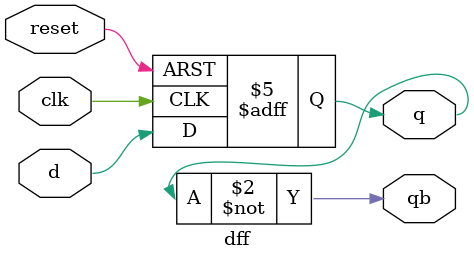
<source format=v>

`timescale 1 ns/10 ps
module dff_tb(); //testbench (only for simulation purposes)
    integer k; // for the loops
    parameter SIZE = 4; 
    reg [SIZE-1:0] din;
    reg clock=1'b1;
    reg rst_n=1'b1;     //initial deasserted.
    wire [SIZE-1:0] qout, qbout;
    defparam myDFF.SIZE = SIZE;
    dff myDFF (.clk (clock), .reset (rst_n), .d(din), .q(qout), .qb (qbout));
    initial begin
        $dumpfile ("dump.vcd"); //to capture signals for gtkwave waveform viewer 
        $dumpvars (1);
        #1 rst_n=1'b0;//assert low-active reset.
        #2 rst_n=1'b1;
        for (k=0; k<31; k=k+1) begin
            #2 din=$random ;
        end
        $finish;
    end
    always begin
        //to capture values, in the output file.
        #4
        $display ("Time: %3d (din, clock, qout, qbout }: %2d %1b %2d %1b", $time, $unsigned (din), clock, $unsigned (qout), qbout );
    end
    always begin
        #4 clock=~clock;
    end
endmodule


//--D Flip Flop
module dff (clk, reset, d, q, qb);
parameter SIZE = 1;
input   clk, reset;
input   [SIZE-1:0] d;
output reg  [SIZE-1:0] q;
output  [SIZE-1:0] qb; //wire type, by default
//--- Main Code
assign qb=~q;
always @(posedge clk or negedge reset) begin
    if (!reset) begin // Async, low active reset
        q <= 1'b0;
    end else begin 
        q <= d; // Sync to clk. Assign D to Q on positive clock edge
    end
end
endmodule


</source>
